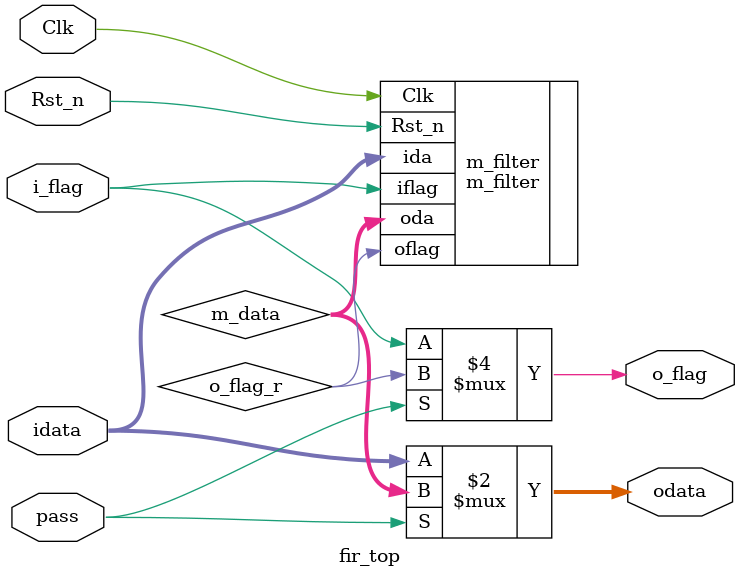
<source format=v>
module fir_top
(
	input Clk,
	input Rst_n,
	input pass,
	input [7:0]idata,
	input i_flag,
	output [7:0]odata,
	output o_flag

);


wire o_flag_r;

wire [7:0]m_data;

/*
wire [1:0]ast_sink_error;
wire [1:0]ast_source_error;
assign ast_sink_error = 2'd0;
wire [7:0]fir_data;

fir_low fir_low (
.clk				(Clk)				,              
.reset_n			(Rst_n)				,       
.ast_sink_data		(idata)				,    			
.ast_sink_valid		(i_flag)			,   			
.ast_sink_error		(ast_sink_error)	,   			
.ast_source_data	(fir_data)			,  				
.ast_source_valid	(o_flag_r)			, 				
.ast_source_error  	(ast_source_error)				
);

*/
m_filter m_filter
(
.Clk		(Clk)		,
.Rst_n		(Rst_n)		,
.ida		(idata)		,
.iflag		(i_flag)	,
.oda		(m_data)	,
.oflag      (o_flag_r)
);


/*
mid_filter mid_filter
(
.clk			(Clk)		,
.data_clk		(o_flag_r)	,
.rest_n			(Rst_n)		,
.data			(fir_data)  ,
.mid_data_out   (mid_data)
);
wire [7:0]mid_data;
*/

assign odata = (pass==1'b1)? m_data 	: idata;
assign o_flag = (pass==1'b1)? o_flag_r 	: i_flag;
//assign o_flag = i_flag;
endmodule
</source>
